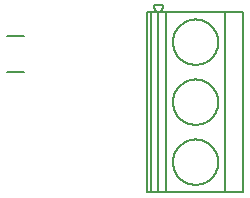
<source format=gto>
G75*
%MOIN*%
%OFA0B0*%
%FSLAX25Y25*%
%IPPOS*%
%LPD*%
%AMOC8*
5,1,8,0,0,1.08239X$1,22.5*
%
%ADD10C,0.00600*%
%ADD11C,0.00800*%
D10*
X0211761Y0051284D02*
X0217371Y0051284D01*
X0217371Y0063442D02*
X0211761Y0063442D01*
D11*
X0258619Y0071383D02*
X0259801Y0071383D01*
X0259801Y0011383D01*
X0258619Y0011383D01*
X0258619Y0071383D01*
X0259801Y0071383D02*
X0261466Y0071383D01*
X0262250Y0071383D01*
X0262250Y0011383D01*
X0259801Y0011383D01*
X0262250Y0011383D02*
X0264927Y0011383D01*
X0266866Y0011383D01*
X0282601Y0011383D01*
X0284503Y0011383D01*
X0290509Y0011383D01*
X0290509Y0071383D01*
X0284503Y0071383D01*
X0282601Y0071383D01*
X0266866Y0071383D01*
X0264927Y0071383D01*
X0264927Y0011383D01*
X0284503Y0011383D02*
X0284503Y0071383D01*
X0264927Y0071383D02*
X0263096Y0071383D01*
X0262250Y0071383D01*
X0261466Y0071383D02*
X0261466Y0071890D01*
X0260875Y0072592D01*
X0260875Y0073627D01*
X0263686Y0073627D01*
X0263686Y0072592D01*
X0263096Y0071890D01*
X0263096Y0071383D01*
X0267124Y0061383D02*
X0267126Y0061568D01*
X0267133Y0061753D01*
X0267144Y0061938D01*
X0267160Y0062122D01*
X0267181Y0062306D01*
X0267206Y0062489D01*
X0267235Y0062672D01*
X0267269Y0062854D01*
X0267307Y0063035D01*
X0267350Y0063215D01*
X0267397Y0063394D01*
X0267449Y0063571D01*
X0267505Y0063748D01*
X0267565Y0063923D01*
X0267629Y0064096D01*
X0267698Y0064268D01*
X0267771Y0064438D01*
X0267848Y0064606D01*
X0267929Y0064773D01*
X0268014Y0064937D01*
X0268103Y0065099D01*
X0268197Y0065259D01*
X0268294Y0065416D01*
X0268395Y0065571D01*
X0268499Y0065724D01*
X0268608Y0065874D01*
X0268720Y0066021D01*
X0268835Y0066166D01*
X0268954Y0066307D01*
X0269077Y0066446D01*
X0269203Y0066581D01*
X0269332Y0066714D01*
X0269465Y0066843D01*
X0269600Y0066969D01*
X0269739Y0067092D01*
X0269880Y0067211D01*
X0270025Y0067326D01*
X0270172Y0067438D01*
X0270322Y0067547D01*
X0270475Y0067651D01*
X0270630Y0067752D01*
X0270787Y0067849D01*
X0270947Y0067943D01*
X0271109Y0068032D01*
X0271273Y0068117D01*
X0271440Y0068198D01*
X0271608Y0068275D01*
X0271778Y0068348D01*
X0271950Y0068417D01*
X0272123Y0068481D01*
X0272298Y0068541D01*
X0272475Y0068597D01*
X0272652Y0068649D01*
X0272831Y0068696D01*
X0273011Y0068739D01*
X0273192Y0068777D01*
X0273374Y0068811D01*
X0273557Y0068840D01*
X0273740Y0068865D01*
X0273924Y0068886D01*
X0274108Y0068902D01*
X0274293Y0068913D01*
X0274478Y0068920D01*
X0274663Y0068922D01*
X0274848Y0068920D01*
X0275033Y0068913D01*
X0275218Y0068902D01*
X0275402Y0068886D01*
X0275586Y0068865D01*
X0275769Y0068840D01*
X0275952Y0068811D01*
X0276134Y0068777D01*
X0276315Y0068739D01*
X0276495Y0068696D01*
X0276674Y0068649D01*
X0276851Y0068597D01*
X0277028Y0068541D01*
X0277203Y0068481D01*
X0277376Y0068417D01*
X0277548Y0068348D01*
X0277718Y0068275D01*
X0277886Y0068198D01*
X0278053Y0068117D01*
X0278217Y0068032D01*
X0278379Y0067943D01*
X0278539Y0067849D01*
X0278696Y0067752D01*
X0278851Y0067651D01*
X0279004Y0067547D01*
X0279154Y0067438D01*
X0279301Y0067326D01*
X0279446Y0067211D01*
X0279587Y0067092D01*
X0279726Y0066969D01*
X0279861Y0066843D01*
X0279994Y0066714D01*
X0280123Y0066581D01*
X0280249Y0066446D01*
X0280372Y0066307D01*
X0280491Y0066166D01*
X0280606Y0066021D01*
X0280718Y0065874D01*
X0280827Y0065724D01*
X0280931Y0065571D01*
X0281032Y0065416D01*
X0281129Y0065259D01*
X0281223Y0065099D01*
X0281312Y0064937D01*
X0281397Y0064773D01*
X0281478Y0064606D01*
X0281555Y0064438D01*
X0281628Y0064268D01*
X0281697Y0064096D01*
X0281761Y0063923D01*
X0281821Y0063748D01*
X0281877Y0063571D01*
X0281929Y0063394D01*
X0281976Y0063215D01*
X0282019Y0063035D01*
X0282057Y0062854D01*
X0282091Y0062672D01*
X0282120Y0062489D01*
X0282145Y0062306D01*
X0282166Y0062122D01*
X0282182Y0061938D01*
X0282193Y0061753D01*
X0282200Y0061568D01*
X0282202Y0061383D01*
X0282200Y0061198D01*
X0282193Y0061013D01*
X0282182Y0060828D01*
X0282166Y0060644D01*
X0282145Y0060460D01*
X0282120Y0060277D01*
X0282091Y0060094D01*
X0282057Y0059912D01*
X0282019Y0059731D01*
X0281976Y0059551D01*
X0281929Y0059372D01*
X0281877Y0059195D01*
X0281821Y0059018D01*
X0281761Y0058843D01*
X0281697Y0058670D01*
X0281628Y0058498D01*
X0281555Y0058328D01*
X0281478Y0058160D01*
X0281397Y0057993D01*
X0281312Y0057829D01*
X0281223Y0057667D01*
X0281129Y0057507D01*
X0281032Y0057350D01*
X0280931Y0057195D01*
X0280827Y0057042D01*
X0280718Y0056892D01*
X0280606Y0056745D01*
X0280491Y0056600D01*
X0280372Y0056459D01*
X0280249Y0056320D01*
X0280123Y0056185D01*
X0279994Y0056052D01*
X0279861Y0055923D01*
X0279726Y0055797D01*
X0279587Y0055674D01*
X0279446Y0055555D01*
X0279301Y0055440D01*
X0279154Y0055328D01*
X0279004Y0055219D01*
X0278851Y0055115D01*
X0278696Y0055014D01*
X0278539Y0054917D01*
X0278379Y0054823D01*
X0278217Y0054734D01*
X0278053Y0054649D01*
X0277886Y0054568D01*
X0277718Y0054491D01*
X0277548Y0054418D01*
X0277376Y0054349D01*
X0277203Y0054285D01*
X0277028Y0054225D01*
X0276851Y0054169D01*
X0276674Y0054117D01*
X0276495Y0054070D01*
X0276315Y0054027D01*
X0276134Y0053989D01*
X0275952Y0053955D01*
X0275769Y0053926D01*
X0275586Y0053901D01*
X0275402Y0053880D01*
X0275218Y0053864D01*
X0275033Y0053853D01*
X0274848Y0053846D01*
X0274663Y0053844D01*
X0274478Y0053846D01*
X0274293Y0053853D01*
X0274108Y0053864D01*
X0273924Y0053880D01*
X0273740Y0053901D01*
X0273557Y0053926D01*
X0273374Y0053955D01*
X0273192Y0053989D01*
X0273011Y0054027D01*
X0272831Y0054070D01*
X0272652Y0054117D01*
X0272475Y0054169D01*
X0272298Y0054225D01*
X0272123Y0054285D01*
X0271950Y0054349D01*
X0271778Y0054418D01*
X0271608Y0054491D01*
X0271440Y0054568D01*
X0271273Y0054649D01*
X0271109Y0054734D01*
X0270947Y0054823D01*
X0270787Y0054917D01*
X0270630Y0055014D01*
X0270475Y0055115D01*
X0270322Y0055219D01*
X0270172Y0055328D01*
X0270025Y0055440D01*
X0269880Y0055555D01*
X0269739Y0055674D01*
X0269600Y0055797D01*
X0269465Y0055923D01*
X0269332Y0056052D01*
X0269203Y0056185D01*
X0269077Y0056320D01*
X0268954Y0056459D01*
X0268835Y0056600D01*
X0268720Y0056745D01*
X0268608Y0056892D01*
X0268499Y0057042D01*
X0268395Y0057195D01*
X0268294Y0057350D01*
X0268197Y0057507D01*
X0268103Y0057667D01*
X0268014Y0057829D01*
X0267929Y0057993D01*
X0267848Y0058160D01*
X0267771Y0058328D01*
X0267698Y0058498D01*
X0267629Y0058670D01*
X0267565Y0058843D01*
X0267505Y0059018D01*
X0267449Y0059195D01*
X0267397Y0059372D01*
X0267350Y0059551D01*
X0267307Y0059731D01*
X0267269Y0059912D01*
X0267235Y0060094D01*
X0267206Y0060277D01*
X0267181Y0060460D01*
X0267160Y0060644D01*
X0267144Y0060828D01*
X0267133Y0061013D01*
X0267126Y0061198D01*
X0267124Y0061383D01*
X0267124Y0041383D02*
X0267126Y0041568D01*
X0267133Y0041753D01*
X0267144Y0041938D01*
X0267160Y0042122D01*
X0267181Y0042306D01*
X0267206Y0042489D01*
X0267235Y0042672D01*
X0267269Y0042854D01*
X0267307Y0043035D01*
X0267350Y0043215D01*
X0267397Y0043394D01*
X0267449Y0043571D01*
X0267505Y0043748D01*
X0267565Y0043923D01*
X0267629Y0044096D01*
X0267698Y0044268D01*
X0267771Y0044438D01*
X0267848Y0044606D01*
X0267929Y0044773D01*
X0268014Y0044937D01*
X0268103Y0045099D01*
X0268197Y0045259D01*
X0268294Y0045416D01*
X0268395Y0045571D01*
X0268499Y0045724D01*
X0268608Y0045874D01*
X0268720Y0046021D01*
X0268835Y0046166D01*
X0268954Y0046307D01*
X0269077Y0046446D01*
X0269203Y0046581D01*
X0269332Y0046714D01*
X0269465Y0046843D01*
X0269600Y0046969D01*
X0269739Y0047092D01*
X0269880Y0047211D01*
X0270025Y0047326D01*
X0270172Y0047438D01*
X0270322Y0047547D01*
X0270475Y0047651D01*
X0270630Y0047752D01*
X0270787Y0047849D01*
X0270947Y0047943D01*
X0271109Y0048032D01*
X0271273Y0048117D01*
X0271440Y0048198D01*
X0271608Y0048275D01*
X0271778Y0048348D01*
X0271950Y0048417D01*
X0272123Y0048481D01*
X0272298Y0048541D01*
X0272475Y0048597D01*
X0272652Y0048649D01*
X0272831Y0048696D01*
X0273011Y0048739D01*
X0273192Y0048777D01*
X0273374Y0048811D01*
X0273557Y0048840D01*
X0273740Y0048865D01*
X0273924Y0048886D01*
X0274108Y0048902D01*
X0274293Y0048913D01*
X0274478Y0048920D01*
X0274663Y0048922D01*
X0274848Y0048920D01*
X0275033Y0048913D01*
X0275218Y0048902D01*
X0275402Y0048886D01*
X0275586Y0048865D01*
X0275769Y0048840D01*
X0275952Y0048811D01*
X0276134Y0048777D01*
X0276315Y0048739D01*
X0276495Y0048696D01*
X0276674Y0048649D01*
X0276851Y0048597D01*
X0277028Y0048541D01*
X0277203Y0048481D01*
X0277376Y0048417D01*
X0277548Y0048348D01*
X0277718Y0048275D01*
X0277886Y0048198D01*
X0278053Y0048117D01*
X0278217Y0048032D01*
X0278379Y0047943D01*
X0278539Y0047849D01*
X0278696Y0047752D01*
X0278851Y0047651D01*
X0279004Y0047547D01*
X0279154Y0047438D01*
X0279301Y0047326D01*
X0279446Y0047211D01*
X0279587Y0047092D01*
X0279726Y0046969D01*
X0279861Y0046843D01*
X0279994Y0046714D01*
X0280123Y0046581D01*
X0280249Y0046446D01*
X0280372Y0046307D01*
X0280491Y0046166D01*
X0280606Y0046021D01*
X0280718Y0045874D01*
X0280827Y0045724D01*
X0280931Y0045571D01*
X0281032Y0045416D01*
X0281129Y0045259D01*
X0281223Y0045099D01*
X0281312Y0044937D01*
X0281397Y0044773D01*
X0281478Y0044606D01*
X0281555Y0044438D01*
X0281628Y0044268D01*
X0281697Y0044096D01*
X0281761Y0043923D01*
X0281821Y0043748D01*
X0281877Y0043571D01*
X0281929Y0043394D01*
X0281976Y0043215D01*
X0282019Y0043035D01*
X0282057Y0042854D01*
X0282091Y0042672D01*
X0282120Y0042489D01*
X0282145Y0042306D01*
X0282166Y0042122D01*
X0282182Y0041938D01*
X0282193Y0041753D01*
X0282200Y0041568D01*
X0282202Y0041383D01*
X0282200Y0041198D01*
X0282193Y0041013D01*
X0282182Y0040828D01*
X0282166Y0040644D01*
X0282145Y0040460D01*
X0282120Y0040277D01*
X0282091Y0040094D01*
X0282057Y0039912D01*
X0282019Y0039731D01*
X0281976Y0039551D01*
X0281929Y0039372D01*
X0281877Y0039195D01*
X0281821Y0039018D01*
X0281761Y0038843D01*
X0281697Y0038670D01*
X0281628Y0038498D01*
X0281555Y0038328D01*
X0281478Y0038160D01*
X0281397Y0037993D01*
X0281312Y0037829D01*
X0281223Y0037667D01*
X0281129Y0037507D01*
X0281032Y0037350D01*
X0280931Y0037195D01*
X0280827Y0037042D01*
X0280718Y0036892D01*
X0280606Y0036745D01*
X0280491Y0036600D01*
X0280372Y0036459D01*
X0280249Y0036320D01*
X0280123Y0036185D01*
X0279994Y0036052D01*
X0279861Y0035923D01*
X0279726Y0035797D01*
X0279587Y0035674D01*
X0279446Y0035555D01*
X0279301Y0035440D01*
X0279154Y0035328D01*
X0279004Y0035219D01*
X0278851Y0035115D01*
X0278696Y0035014D01*
X0278539Y0034917D01*
X0278379Y0034823D01*
X0278217Y0034734D01*
X0278053Y0034649D01*
X0277886Y0034568D01*
X0277718Y0034491D01*
X0277548Y0034418D01*
X0277376Y0034349D01*
X0277203Y0034285D01*
X0277028Y0034225D01*
X0276851Y0034169D01*
X0276674Y0034117D01*
X0276495Y0034070D01*
X0276315Y0034027D01*
X0276134Y0033989D01*
X0275952Y0033955D01*
X0275769Y0033926D01*
X0275586Y0033901D01*
X0275402Y0033880D01*
X0275218Y0033864D01*
X0275033Y0033853D01*
X0274848Y0033846D01*
X0274663Y0033844D01*
X0274478Y0033846D01*
X0274293Y0033853D01*
X0274108Y0033864D01*
X0273924Y0033880D01*
X0273740Y0033901D01*
X0273557Y0033926D01*
X0273374Y0033955D01*
X0273192Y0033989D01*
X0273011Y0034027D01*
X0272831Y0034070D01*
X0272652Y0034117D01*
X0272475Y0034169D01*
X0272298Y0034225D01*
X0272123Y0034285D01*
X0271950Y0034349D01*
X0271778Y0034418D01*
X0271608Y0034491D01*
X0271440Y0034568D01*
X0271273Y0034649D01*
X0271109Y0034734D01*
X0270947Y0034823D01*
X0270787Y0034917D01*
X0270630Y0035014D01*
X0270475Y0035115D01*
X0270322Y0035219D01*
X0270172Y0035328D01*
X0270025Y0035440D01*
X0269880Y0035555D01*
X0269739Y0035674D01*
X0269600Y0035797D01*
X0269465Y0035923D01*
X0269332Y0036052D01*
X0269203Y0036185D01*
X0269077Y0036320D01*
X0268954Y0036459D01*
X0268835Y0036600D01*
X0268720Y0036745D01*
X0268608Y0036892D01*
X0268499Y0037042D01*
X0268395Y0037195D01*
X0268294Y0037350D01*
X0268197Y0037507D01*
X0268103Y0037667D01*
X0268014Y0037829D01*
X0267929Y0037993D01*
X0267848Y0038160D01*
X0267771Y0038328D01*
X0267698Y0038498D01*
X0267629Y0038670D01*
X0267565Y0038843D01*
X0267505Y0039018D01*
X0267449Y0039195D01*
X0267397Y0039372D01*
X0267350Y0039551D01*
X0267307Y0039731D01*
X0267269Y0039912D01*
X0267235Y0040094D01*
X0267206Y0040277D01*
X0267181Y0040460D01*
X0267160Y0040644D01*
X0267144Y0040828D01*
X0267133Y0041013D01*
X0267126Y0041198D01*
X0267124Y0041383D01*
X0267124Y0021383D02*
X0267126Y0021568D01*
X0267133Y0021753D01*
X0267144Y0021938D01*
X0267160Y0022122D01*
X0267181Y0022306D01*
X0267206Y0022489D01*
X0267235Y0022672D01*
X0267269Y0022854D01*
X0267307Y0023035D01*
X0267350Y0023215D01*
X0267397Y0023394D01*
X0267449Y0023571D01*
X0267505Y0023748D01*
X0267565Y0023923D01*
X0267629Y0024096D01*
X0267698Y0024268D01*
X0267771Y0024438D01*
X0267848Y0024606D01*
X0267929Y0024773D01*
X0268014Y0024937D01*
X0268103Y0025099D01*
X0268197Y0025259D01*
X0268294Y0025416D01*
X0268395Y0025571D01*
X0268499Y0025724D01*
X0268608Y0025874D01*
X0268720Y0026021D01*
X0268835Y0026166D01*
X0268954Y0026307D01*
X0269077Y0026446D01*
X0269203Y0026581D01*
X0269332Y0026714D01*
X0269465Y0026843D01*
X0269600Y0026969D01*
X0269739Y0027092D01*
X0269880Y0027211D01*
X0270025Y0027326D01*
X0270172Y0027438D01*
X0270322Y0027547D01*
X0270475Y0027651D01*
X0270630Y0027752D01*
X0270787Y0027849D01*
X0270947Y0027943D01*
X0271109Y0028032D01*
X0271273Y0028117D01*
X0271440Y0028198D01*
X0271608Y0028275D01*
X0271778Y0028348D01*
X0271950Y0028417D01*
X0272123Y0028481D01*
X0272298Y0028541D01*
X0272475Y0028597D01*
X0272652Y0028649D01*
X0272831Y0028696D01*
X0273011Y0028739D01*
X0273192Y0028777D01*
X0273374Y0028811D01*
X0273557Y0028840D01*
X0273740Y0028865D01*
X0273924Y0028886D01*
X0274108Y0028902D01*
X0274293Y0028913D01*
X0274478Y0028920D01*
X0274663Y0028922D01*
X0274848Y0028920D01*
X0275033Y0028913D01*
X0275218Y0028902D01*
X0275402Y0028886D01*
X0275586Y0028865D01*
X0275769Y0028840D01*
X0275952Y0028811D01*
X0276134Y0028777D01*
X0276315Y0028739D01*
X0276495Y0028696D01*
X0276674Y0028649D01*
X0276851Y0028597D01*
X0277028Y0028541D01*
X0277203Y0028481D01*
X0277376Y0028417D01*
X0277548Y0028348D01*
X0277718Y0028275D01*
X0277886Y0028198D01*
X0278053Y0028117D01*
X0278217Y0028032D01*
X0278379Y0027943D01*
X0278539Y0027849D01*
X0278696Y0027752D01*
X0278851Y0027651D01*
X0279004Y0027547D01*
X0279154Y0027438D01*
X0279301Y0027326D01*
X0279446Y0027211D01*
X0279587Y0027092D01*
X0279726Y0026969D01*
X0279861Y0026843D01*
X0279994Y0026714D01*
X0280123Y0026581D01*
X0280249Y0026446D01*
X0280372Y0026307D01*
X0280491Y0026166D01*
X0280606Y0026021D01*
X0280718Y0025874D01*
X0280827Y0025724D01*
X0280931Y0025571D01*
X0281032Y0025416D01*
X0281129Y0025259D01*
X0281223Y0025099D01*
X0281312Y0024937D01*
X0281397Y0024773D01*
X0281478Y0024606D01*
X0281555Y0024438D01*
X0281628Y0024268D01*
X0281697Y0024096D01*
X0281761Y0023923D01*
X0281821Y0023748D01*
X0281877Y0023571D01*
X0281929Y0023394D01*
X0281976Y0023215D01*
X0282019Y0023035D01*
X0282057Y0022854D01*
X0282091Y0022672D01*
X0282120Y0022489D01*
X0282145Y0022306D01*
X0282166Y0022122D01*
X0282182Y0021938D01*
X0282193Y0021753D01*
X0282200Y0021568D01*
X0282202Y0021383D01*
X0282200Y0021198D01*
X0282193Y0021013D01*
X0282182Y0020828D01*
X0282166Y0020644D01*
X0282145Y0020460D01*
X0282120Y0020277D01*
X0282091Y0020094D01*
X0282057Y0019912D01*
X0282019Y0019731D01*
X0281976Y0019551D01*
X0281929Y0019372D01*
X0281877Y0019195D01*
X0281821Y0019018D01*
X0281761Y0018843D01*
X0281697Y0018670D01*
X0281628Y0018498D01*
X0281555Y0018328D01*
X0281478Y0018160D01*
X0281397Y0017993D01*
X0281312Y0017829D01*
X0281223Y0017667D01*
X0281129Y0017507D01*
X0281032Y0017350D01*
X0280931Y0017195D01*
X0280827Y0017042D01*
X0280718Y0016892D01*
X0280606Y0016745D01*
X0280491Y0016600D01*
X0280372Y0016459D01*
X0280249Y0016320D01*
X0280123Y0016185D01*
X0279994Y0016052D01*
X0279861Y0015923D01*
X0279726Y0015797D01*
X0279587Y0015674D01*
X0279446Y0015555D01*
X0279301Y0015440D01*
X0279154Y0015328D01*
X0279004Y0015219D01*
X0278851Y0015115D01*
X0278696Y0015014D01*
X0278539Y0014917D01*
X0278379Y0014823D01*
X0278217Y0014734D01*
X0278053Y0014649D01*
X0277886Y0014568D01*
X0277718Y0014491D01*
X0277548Y0014418D01*
X0277376Y0014349D01*
X0277203Y0014285D01*
X0277028Y0014225D01*
X0276851Y0014169D01*
X0276674Y0014117D01*
X0276495Y0014070D01*
X0276315Y0014027D01*
X0276134Y0013989D01*
X0275952Y0013955D01*
X0275769Y0013926D01*
X0275586Y0013901D01*
X0275402Y0013880D01*
X0275218Y0013864D01*
X0275033Y0013853D01*
X0274848Y0013846D01*
X0274663Y0013844D01*
X0274478Y0013846D01*
X0274293Y0013853D01*
X0274108Y0013864D01*
X0273924Y0013880D01*
X0273740Y0013901D01*
X0273557Y0013926D01*
X0273374Y0013955D01*
X0273192Y0013989D01*
X0273011Y0014027D01*
X0272831Y0014070D01*
X0272652Y0014117D01*
X0272475Y0014169D01*
X0272298Y0014225D01*
X0272123Y0014285D01*
X0271950Y0014349D01*
X0271778Y0014418D01*
X0271608Y0014491D01*
X0271440Y0014568D01*
X0271273Y0014649D01*
X0271109Y0014734D01*
X0270947Y0014823D01*
X0270787Y0014917D01*
X0270630Y0015014D01*
X0270475Y0015115D01*
X0270322Y0015219D01*
X0270172Y0015328D01*
X0270025Y0015440D01*
X0269880Y0015555D01*
X0269739Y0015674D01*
X0269600Y0015797D01*
X0269465Y0015923D01*
X0269332Y0016052D01*
X0269203Y0016185D01*
X0269077Y0016320D01*
X0268954Y0016459D01*
X0268835Y0016600D01*
X0268720Y0016745D01*
X0268608Y0016892D01*
X0268499Y0017042D01*
X0268395Y0017195D01*
X0268294Y0017350D01*
X0268197Y0017507D01*
X0268103Y0017667D01*
X0268014Y0017829D01*
X0267929Y0017993D01*
X0267848Y0018160D01*
X0267771Y0018328D01*
X0267698Y0018498D01*
X0267629Y0018670D01*
X0267565Y0018843D01*
X0267505Y0019018D01*
X0267449Y0019195D01*
X0267397Y0019372D01*
X0267350Y0019551D01*
X0267307Y0019731D01*
X0267269Y0019912D01*
X0267235Y0020094D01*
X0267206Y0020277D01*
X0267181Y0020460D01*
X0267160Y0020644D01*
X0267144Y0020828D01*
X0267133Y0021013D01*
X0267126Y0021198D01*
X0267124Y0021383D01*
M02*

</source>
